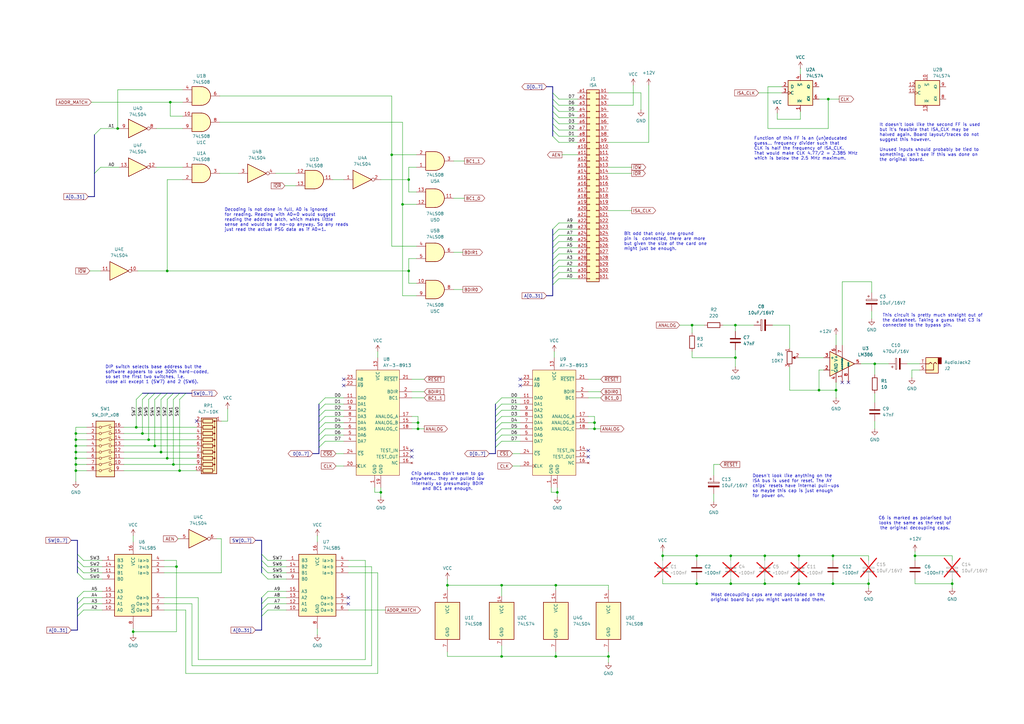
<source format=kicad_sch>
(kicad_sch (version 20231120) (generator "eeschema") (generator_version "8.0")
  (paper "A3")
  (junction (at 71.12 190.5))
  (junction (at 171.45 173.355))
  (junction (at 31.115 177.8))
  (junction (at 243.84 173.355))
  (junction (at 167.64 111.125))
  (junction (at 156.21 201.93))
  (junction (at 227.965 240.03))
  (junction (at 339.725 40.64))
  (junction (at 390.525 239.395))
  (junction (at 205.74 240.03))
  (junction (at 285.75 239.395))
  (junction (at 31.115 182.88))
  (junction (at 48.26 52.705))
  (junction (at 301.625 133.35))
  (junction (at 283.845 133.35))
  (junction (at 205.74 269.24))
  (junction (at 313.69 239.395))
  (junction (at 160.655 63.5))
  (junction (at 375.285 227.965))
  (junction (at 165.1 83.82))
  (junction (at 68.58 187.96))
  (junction (at 55.88 175.26))
  (junction (at 31.115 180.34))
  (junction (at 342.9 160.02))
  (junction (at 31.115 193.04))
  (junction (at 301.625 146.685))
  (junction (at 31.115 185.42))
  (junction (at 341.63 227.965))
  (junction (at 60.96 180.34))
  (junction (at 31.115 190.5))
  (junction (at 335.915 160.02))
  (junction (at 183.515 240.03))
  (junction (at 271.78 227.965))
  (junction (at 327.66 227.965))
  (junction (at 327.66 239.395))
  (junction (at 243.84 175.895))
  (junction (at 299.72 227.965))
  (junction (at 58.42 177.8))
  (junction (at 72.39 232.41))
  (junction (at 68.58 111.125))
  (junction (at 299.72 239.395))
  (junction (at 73.66 193.04))
  (junction (at 313.69 227.965))
  (junction (at 341.63 239.395))
  (junction (at 66.04 185.42))
  (junction (at 69.85 41.91))
  (junction (at 358.775 149.225))
  (junction (at 31.115 187.96))
  (junction (at 356.235 239.395))
  (junction (at 167.64 73.66))
  (junction (at 54.61 259.08))
  (junction (at 63.5 182.88))
  (junction (at 285.75 227.965))
  (junction (at 227.965 269.24))
  (junction (at 171.45 175.895))
  (junction (at 228.6 201.93))
  (junction (at 249.555 269.24))
  (no_connect (at 347.98 156.845))
  (no_connect (at 168.91 187.325))
  (no_connect (at 345.44 156.845))
  (no_connect (at 140.97 155.575))
  (no_connect (at 80.645 172.72))
  (no_connect (at 213.36 155.575))
  (no_connect (at 241.3 187.325))
  (no_connect (at 168.91 184.785))
  (no_connect (at 142.875 245.11))
  (no_connect (at 241.3 184.785))
  (no_connect (at 140.97 158.115))
  (no_connect (at 213.36 158.115))
  (no_connect (at 142.875 247.65))
  (bus_entry (at 226.695 104.14) (size 2.54 -2.54))
  (bus_entry (at 226.695 48.26) (size 2.54 2.54))
  (bus_entry (at 107.315 232.41) (size 2.54 2.54))
  (bus_entry (at 226.695 53.34) (size 2.54 2.54))
  (bus_entry (at 226.695 114.3) (size 2.54 -2.54))
  (bus_entry (at 58.42 163.83) (size 2.54 -2.54))
  (bus_entry (at 203.2 170.815) (size 2.54 -2.54))
  (bus_entry (at 203.2 168.275) (size 2.54 -2.54))
  (bus_entry (at 31.75 250.19) (size 2.54 -2.54))
  (bus_entry (at 130.81 165.735) (size 2.54 -2.54))
  (bus_entry (at 31.75 229.87) (size 2.54 2.54))
  (bus_entry (at 71.12 163.83) (size 2.54 -2.54))
  (bus_entry (at 107.315 250.19) (size 2.54 -2.54))
  (bus_entry (at 203.2 178.435) (size 2.54 -2.54))
  (bus_entry (at 226.695 43.18) (size 2.54 2.54))
  (bus_entry (at 107.315 229.87) (size 2.54 2.54))
  (bus_entry (at 226.695 93.98) (size 2.54 -2.54))
  (bus_entry (at 226.695 96.52) (size 2.54 -2.54))
  (bus_entry (at 31.75 245.11) (size 2.54 -2.54))
  (bus_entry (at 203.2 183.515) (size 2.54 -2.54))
  (bus_entry (at 31.75 227.33) (size 2.54 2.54))
  (bus_entry (at 226.695 111.76) (size 2.54 -2.54))
  (bus_entry (at 60.96 163.83) (size 2.54 -2.54))
  (bus_entry (at 31.75 247.65) (size 2.54 -2.54))
  (bus_entry (at 38.735 55.245) (size 2.54 -2.54))
  (bus_entry (at 226.695 116.84) (size 2.54 -2.54))
  (bus_entry (at 130.81 178.435) (size 2.54 -2.54))
  (bus_entry (at 31.75 234.95) (size 2.54 2.54))
  (bus_entry (at 226.695 38.1) (size 2.54 2.54))
  (bus_entry (at 203.2 180.975) (size 2.54 -2.54))
  (bus_entry (at 226.695 40.64) (size 2.54 2.54))
  (bus_entry (at 107.315 252.73) (size 2.54 -2.54))
  (bus_entry (at 203.2 165.735) (size 2.54 -2.54))
  (bus_entry (at 107.315 227.33) (size 2.54 2.54))
  (bus_entry (at 130.81 168.275) (size 2.54 -2.54))
  (bus_entry (at 66.04 163.83) (size 2.54 -2.54))
  (bus_entry (at 68.58 163.83) (size 2.54 -2.54))
  (bus_entry (at 226.695 109.22) (size 2.54 -2.54))
  (bus_entry (at 203.2 175.895) (size 2.54 -2.54))
  (bus_entry (at 38.735 71.12) (size 2.54 -2.54))
  (bus_entry (at 73.66 163.83) (size 2.54 -2.54))
  (bus_entry (at 107.315 247.65) (size 2.54 -2.54))
  (bus_entry (at 130.81 175.895) (size 2.54 -2.54))
  (bus_entry (at 130.81 170.815) (size 2.54 -2.54))
  (bus_entry (at 226.695 99.06) (size 2.54 -2.54))
  (bus_entry (at 226.695 101.6) (size 2.54 -2.54))
  (bus_entry (at 63.5 163.83) (size 2.54 -2.54))
  (bus_entry (at 226.695 55.88) (size 2.54 2.54))
  (bus_entry (at 130.81 180.975) (size 2.54 -2.54))
  (bus_entry (at 130.81 173.355) (size 2.54 -2.54))
  (bus_entry (at 107.315 245.11) (size 2.54 -2.54))
  (bus_entry (at 130.81 183.515) (size 2.54 -2.54))
  (bus_entry (at 55.88 163.83) (size 2.54 -2.54))
  (bus_entry (at 107.315 234.95) (size 2.54 2.54))
  (bus_entry (at 226.695 45.72) (size 2.54 2.54))
  (bus_entry (at 31.75 252.73) (size 2.54 -2.54))
  (bus_entry (at 226.695 106.68) (size 2.54 -2.54))
  (bus_entry (at 226.695 50.8) (size 2.54 2.54))
  (bus_entry (at 31.75 232.41) (size 2.54 2.54))
  (bus_entry (at 203.2 173.355) (size 2.54 -2.54))
  (wire (pts (xy 271.78 227.965) (xy 285.75 227.965)))
  (wire (pts (xy 90.805 234.95) (xy 90.805 220.98)))
  (wire (pts (xy 130.175 219.71) (xy 130.175 222.25)))
  (bus (pts (xy 226.695 55.88) (xy 226.695 53.34)))
  (bus (pts (xy 29.21 258.445) (xy 31.75 258.445)))
  (wire (pts (xy 73.66 163.83) (xy 73.66 193.04)))
  (wire (pts (xy 48.26 52.705) (xy 48.895 52.705)))
  (bus (pts (xy 128.27 186.055) (xy 130.81 186.055)))
  (wire (pts (xy 74.93 47.625) (xy 69.85 47.625)))
  (wire (pts (xy 34.29 234.95) (xy 41.91 234.95)))
  (bus (pts (xy 203.2 165.735) (xy 203.2 168.275)))
  (wire (pts (xy 229.235 53.34) (xy 236.855 53.34)))
  (bus (pts (xy 31.75 247.65) (xy 31.75 250.19)))
  (wire (pts (xy 283.845 133.35) (xy 288.925 133.35)))
  (wire (pts (xy 67.31 234.95) (xy 90.805 234.95)))
  (bus (pts (xy 226.695 114.3) (xy 226.695 116.84)))
  (wire (pts (xy 285.75 239.395) (xy 271.78 239.395)))
  (wire (pts (xy 109.855 242.57) (xy 117.475 242.57)))
  (wire (pts (xy 93.345 167.64) (xy 93.345 172.72)))
  (wire (pts (xy 160.655 63.5) (xy 170.815 63.5)))
  (wire (pts (xy 210.185 186.055) (xy 213.36 186.055)))
  (wire (pts (xy 229.235 106.68) (xy 236.855 106.68)))
  (bus (pts (xy 130.81 170.815) (xy 130.81 173.355)))
  (wire (pts (xy 301.625 146.685) (xy 301.625 150.495)))
  (wire (pts (xy 292.735 202.565) (xy 292.735 205.74)))
  (wire (pts (xy 130.175 257.81) (xy 130.175 260.35)))
  (wire (pts (xy 309.245 133.35) (xy 301.625 133.35)))
  (wire (pts (xy 156.21 201.93) (xy 156.21 203.835)))
  (wire (pts (xy 160.655 39.37) (xy 90.17 39.37)))
  (wire (pts (xy 241.3 160.655) (xy 246.38 160.655)))
  (bus (pts (xy 38.735 71.12) (xy 38.735 80.645)))
  (wire (pts (xy 301.625 143.51) (xy 301.625 146.685)))
  (bus (pts (xy 203.2 183.515) (xy 203.2 186.055)))
  (wire (pts (xy 50.8 182.88) (xy 63.5 182.88)))
  (wire (pts (xy 68.58 73.66) (xy 68.58 111.125)))
  (wire (pts (xy 167.64 73.66) (xy 167.64 68.58)))
  (wire (pts (xy 31.115 187.96) (xy 31.115 190.5)))
  (wire (pts (xy 31.115 177.8) (xy 35.56 177.8)))
  (wire (pts (xy 183.515 240.03) (xy 205.74 240.03)))
  (wire (pts (xy 285.75 239.395) (xy 299.72 239.395)))
  (wire (pts (xy 229.235 96.52) (xy 236.855 96.52)))
  (wire (pts (xy 229.235 111.76) (xy 236.855 111.76)))
  (wire (pts (xy 241.3 170.815) (xy 243.84 170.815)))
  (wire (pts (xy 72.39 232.41) (xy 72.39 259.08)))
  (wire (pts (xy 168.91 173.355) (xy 171.45 173.355)))
  (wire (pts (xy 375.285 226.06) (xy 375.285 227.965)))
  (wire (pts (xy 205.74 240.03) (xy 205.74 244.475)))
  (wire (pts (xy 54.61 219.71) (xy 54.61 222.25)))
  (bus (pts (xy 71.12 161.29) (xy 73.66 161.29)))
  (wire (pts (xy 74.93 36.83) (xy 48.26 36.83)))
  (wire (pts (xy 64.135 68.58) (xy 74.93 68.58)))
  (wire (pts (xy 156.21 200.025) (xy 156.21 201.93)))
  (wire (pts (xy 171.45 175.895) (xy 173.99 175.895)))
  (wire (pts (xy 299.72 227.965) (xy 299.72 229.87)))
  (wire (pts (xy 374.015 151.765) (xy 377.19 151.765)))
  (bus (pts (xy 58.42 161.29) (xy 60.96 161.29)))
  (bus (pts (xy 130.81 165.735) (xy 130.81 168.275)))
  (wire (pts (xy 31.115 190.5) (xy 31.115 193.04)))
  (wire (pts (xy 205.74 180.975) (xy 213.36 180.975)))
  (wire (pts (xy 271.78 227.965) (xy 271.78 229.87)))
  (wire (pts (xy 50.8 185.42) (xy 66.04 185.42)))
  (wire (pts (xy 271.78 239.395) (xy 271.78 237.49)))
  (wire (pts (xy 66.04 163.83) (xy 66.04 185.42)))
  (wire (pts (xy 31.115 175.26) (xy 31.115 177.8)))
  (wire (pts (xy 205.74 173.355) (xy 213.36 173.355)))
  (wire (pts (xy 50.8 177.8) (xy 58.42 177.8)))
  (wire (pts (xy 50.8 190.5) (xy 71.12 190.5)))
  (wire (pts (xy 249.555 68.58) (xy 259.08 68.58)))
  (bus (pts (xy 226.695 43.18) (xy 226.695 40.64)))
  (wire (pts (xy 299.72 239.395) (xy 313.69 239.395)))
  (wire (pts (xy 249.555 38.1) (xy 262.89 38.1)))
  (bus (pts (xy 31.75 227.33) (xy 31.75 221.615)))
  (wire (pts (xy 31.115 193.04) (xy 31.115 197.485)))
  (bus (pts (xy 60.96 161.29) (xy 63.5 161.29)))
  (bus (pts (xy 203.2 178.435) (xy 203.2 180.975)))
  (wire (pts (xy 183.515 237.49) (xy 183.515 240.03)))
  (bus (pts (xy 38.735 55.245) (xy 38.735 71.12)))
  (wire (pts (xy 170.815 78.74) (xy 167.64 78.74)))
  (wire (pts (xy 205.74 163.195) (xy 213.36 163.195)))
  (wire (pts (xy 68.58 73.66) (xy 74.93 73.66)))
  (bus (pts (xy 226.695 40.64) (xy 226.695 38.1)))
  (wire (pts (xy 266.065 58.42) (xy 266.065 34.925)))
  (wire (pts (xy 341.63 239.395) (xy 356.235 239.395)))
  (wire (pts (xy 34.29 250.19) (xy 41.91 250.19)))
  (wire (pts (xy 301.625 133.35) (xy 301.625 135.89)))
  (wire (pts (xy 243.84 173.355) (xy 243.84 175.895)))
  (bus (pts (xy 226.695 38.1) (xy 226.695 35.56)))
  (wire (pts (xy 56.515 111.125) (xy 68.58 111.125)))
  (wire (pts (xy 54.61 257.81) (xy 54.61 259.08)))
  (wire (pts (xy 183.515 241.935) (xy 183.515 240.03)))
  (bus (pts (xy 107.315 247.65) (xy 107.315 250.19)))
  (bus (pts (xy 31.75 227.33) (xy 31.75 229.87)))
  (wire (pts (xy 328.295 48.895) (xy 328.295 45.72)))
  (wire (pts (xy 249.555 86.36) (xy 259.08 86.36)))
  (wire (pts (xy 262.89 38.1) (xy 262.89 45.085)))
  (wire (pts (xy 170.815 116.205) (xy 167.64 116.205)))
  (wire (pts (xy 318.77 46.355) (xy 318.77 48.895)))
  (wire (pts (xy 339.725 52.705) (xy 314.96 52.705)))
  (wire (pts (xy 186.055 118.745) (xy 189.865 118.745)))
  (wire (pts (xy 241.3 163.195) (xy 246.38 163.195)))
  (wire (pts (xy 358.775 172.72) (xy 358.775 175.895)))
  (wire (pts (xy 390.525 227.965) (xy 390.525 229.87)))
  (wire (pts (xy 356.235 239.395) (xy 356.235 241.3)))
  (wire (pts (xy 67.31 247.65) (xy 78.74 247.65)))
  (wire (pts (xy 229.235 55.88) (xy 236.855 55.88)))
  (wire (pts (xy 342.9 137.16) (xy 342.9 141.605)))
  (bus (pts (xy 226.695 109.22) (xy 226.695 111.76)))
  (wire (pts (xy 72.39 229.87) (xy 72.39 232.41)))
  (wire (pts (xy 71.12 163.83) (xy 71.12 190.5)))
  (wire (pts (xy 229.235 109.22) (xy 236.855 109.22)))
  (wire (pts (xy 31.115 175.26) (xy 35.56 175.26)))
  (wire (pts (xy 227.965 240.03) (xy 249.555 240.03)))
  (wire (pts (xy 210.185 191.135) (xy 213.36 191.135)))
  (wire (pts (xy 54.61 259.08) (xy 54.61 260.35)))
  (wire (pts (xy 90.17 50.165) (xy 165.1 50.165)))
  (wire (pts (xy 55.88 175.26) (xy 80.645 175.26)))
  (wire (pts (xy 292.735 190.5) (xy 295.275 190.5)))
  (wire (pts (xy 341.63 227.965) (xy 341.63 229.87)))
  (wire (pts (xy 133.35 173.355) (xy 140.97 173.355)))
  (wire (pts (xy 76.2 276.225) (xy 76.2 250.19)))
  (wire (pts (xy 31.115 190.5) (xy 35.56 190.5)))
  (wire (pts (xy 133.35 175.895) (xy 140.97 175.895)))
  (wire (pts (xy 316.865 133.35) (xy 323.85 133.35)))
  (wire (pts (xy 229.235 101.6) (xy 236.855 101.6)))
  (wire (pts (xy 327.66 227.965) (xy 327.66 229.87)))
  (bus (pts (xy 73.66 161.29) (xy 76.2 161.29)))
  (wire (pts (xy 69.85 47.625) (xy 69.85 41.91)))
  (wire (pts (xy 283.845 133.35) (xy 283.845 136.525)))
  (wire (pts (xy 31.115 180.34) (xy 31.115 182.88)))
  (wire (pts (xy 109.855 250.19) (xy 117.475 250.19)))
  (wire (pts (xy 229.235 45.72) (xy 236.855 45.72)))
  (wire (pts (xy 205.74 240.03) (xy 227.965 240.03)))
  (wire (pts (xy 133.35 168.275) (xy 140.97 168.275)))
  (bus (pts (xy 226.695 93.98) (xy 226.695 96.52)))
  (bus (pts (xy 203.2 180.975) (xy 203.2 183.515)))
  (bus (pts (xy 63.5 161.29) (xy 66.04 161.29)))
  (wire (pts (xy 323.85 160.02) (xy 335.915 160.02)))
  (wire (pts (xy 78.74 273.05) (xy 152.4 273.05)))
  (wire (pts (xy 81.28 245.11) (xy 67.31 245.11)))
  (wire (pts (xy 165.1 83.82) (xy 165.1 121.285)))
  (wire (pts (xy 323.85 150.495) (xy 323.85 160.02)))
  (bus (pts (xy 31.75 250.19) (xy 31.75 252.73)))
  (wire (pts (xy 90.805 220.98) (xy 88.9 220.98)))
  (wire (pts (xy 31.115 182.88) (xy 35.56 182.88)))
  (wire (pts (xy 41.275 52.705) (xy 48.26 52.705)))
  (wire (pts (xy 285.75 227.965) (xy 285.75 229.87)))
  (wire (pts (xy 341.63 227.965) (xy 356.235 227.965)))
  (wire (pts (xy 374.015 154.94) (xy 374.015 151.765)))
  (wire (pts (xy 356.235 237.49) (xy 356.235 239.395)))
  (bus (pts (xy 31.75 252.73) (xy 31.75 258.445)))
  (wire (pts (xy 68.58 163.83) (xy 68.58 187.96)))
  (bus (pts (xy 31.75 229.87) (xy 31.75 232.41)))
  (wire (pts (xy 34.29 232.41) (xy 41.91 232.41)))
  (wire (pts (xy 205.74 269.24) (xy 227.965 269.24)))
  (wire (pts (xy 375.285 227.965) (xy 390.525 227.965)))
  (wire (pts (xy 34.29 229.87) (xy 41.91 229.87)))
  (wire (pts (xy 72.39 259.08) (xy 54.61 259.08)))
  (wire (pts (xy 229.235 91.44) (xy 236.855 91.44)))
  (bus (pts (xy 31.75 232.41) (xy 31.75 234.95)))
  (wire (pts (xy 69.85 41.91) (xy 74.93 41.91)))
  (wire (pts (xy 136.525 73.66) (xy 140.97 73.66)))
  (wire (pts (xy 149.86 270.51) (xy 81.28 270.51)))
  (wire (pts (xy 109.855 247.65) (xy 117.475 247.65)))
  (wire (pts (xy 328.295 27.94) (xy 328.295 30.48)))
  (wire (pts (xy 31.115 185.42) (xy 31.115 187.96)))
  (wire (pts (xy 243.84 170.815) (xy 243.84 173.355)))
  (wire (pts (xy 50.8 187.96) (xy 68.58 187.96)))
  (wire (pts (xy 116.84 76.2) (xy 121.285 76.2)))
  (wire (pts (xy 327.66 239.395) (xy 341.63 239.395)))
  (wire (pts (xy 345.44 115.57) (xy 357.505 115.57)))
  (bus (pts (xy 107.315 227.33) (xy 107.315 229.87)))
  (wire (pts (xy 205.74 170.815) (xy 213.36 170.815)))
  (wire (pts (xy 31.115 185.42) (xy 35.56 185.42)))
  (wire (pts (xy 249.555 267.335) (xy 249.555 269.24)))
  (wire (pts (xy 133.35 165.735) (xy 140.97 165.735)))
  (bus (pts (xy 130.81 175.895) (xy 130.81 178.435)))
  (wire (pts (xy 313.69 227.965) (xy 313.69 229.87)))
  (bus (pts (xy 226.695 111.76) (xy 226.695 114.3)))
  (wire (pts (xy 31.115 177.8) (xy 31.115 180.34)))
  (wire (pts (xy 34.29 237.49) (xy 41.91 237.49)))
  (bus (pts (xy 226.695 99.06) (xy 226.695 101.6)))
  (wire (pts (xy 337.82 151.765) (xy 335.915 151.765)))
  (bus (pts (xy 203.2 173.355) (xy 203.2 175.895)))
  (wire (pts (xy 327.66 227.965) (xy 341.63 227.965)))
  (wire (pts (xy 76.2 250.19) (xy 67.31 250.19)))
  (wire (pts (xy 31.115 180.34) (xy 35.56 180.34)))
  (wire (pts (xy 109.855 234.95) (xy 117.475 234.95)))
  (wire (pts (xy 358.775 149.225) (xy 358.775 153.67)))
  (wire (pts (xy 375.285 237.49) (xy 375.285 239.395)))
  (wire (pts (xy 229.235 58.42) (xy 236.855 58.42)))
  (wire (pts (xy 109.855 245.11) (xy 117.475 245.11)))
  (wire (pts (xy 48.26 36.83) (xy 48.26 52.705)))
  (wire (pts (xy 50.8 193.04) (xy 73.66 193.04)))
  (wire (pts (xy 339.725 40.64) (xy 344.17 40.64)))
  (wire (pts (xy 68.58 187.96) (xy 80.645 187.96)))
  (wire (pts (xy 183.515 269.24) (xy 205.74 269.24)))
  (wire (pts (xy 31.115 193.04) (xy 35.56 193.04)))
  (wire (pts (xy 81.28 270.51) (xy 81.28 245.11)))
  (wire (pts (xy 327.66 146.685) (xy 337.82 146.685)))
  (wire (pts (xy 299.72 227.965) (xy 313.69 227.965)))
  (wire (pts (xy 41.275 68.58) (xy 48.895 68.58)))
  (bus (pts (xy 107.315 229.87) (xy 107.315 232.41)))
  (wire (pts (xy 205.74 178.435) (xy 213.36 178.435)))
  (wire (pts (xy 66.04 185.42) (xy 80.645 185.42)))
  (wire (pts (xy 153.67 201.93) (xy 156.21 201.93)))
  (wire (pts (xy 160.655 100.965) (xy 170.815 100.965)))
  (wire (pts (xy 342.9 160.02) (xy 342.9 163.195)))
  (wire (pts (xy 109.855 232.41) (xy 117.475 232.41)))
  (wire (pts (xy 327.66 237.49) (xy 327.66 239.395)))
  (wire (pts (xy 341.63 237.49) (xy 341.63 239.395)))
  (wire (pts (xy 36.83 111.125) (xy 41.275 111.125)))
  (wire (pts (xy 226.06 201.93) (xy 228.6 201.93)))
  (wire (pts (xy 285.75 237.49) (xy 285.75 239.395)))
  (wire (pts (xy 314.96 52.705) (xy 314.96 35.56)))
  (wire (pts (xy 186.055 103.505) (xy 189.865 103.505)))
  (wire (pts (xy 228.6 200.025) (xy 228.6 201.93)))
  (wire (pts (xy 60.96 163.83) (xy 60.96 180.34)))
  (wire (pts (xy 390.525 237.49) (xy 390.525 239.395)))
  (bus (pts (xy 226.695 53.34) (xy 226.695 50.8)))
  (wire (pts (xy 229.235 99.06) (xy 236.855 99.06)))
  (wire (pts (xy 342.9 156.845) (xy 342.9 160.02)))
  (wire (pts (xy 60.96 180.34) (xy 80.645 180.34)))
  (wire (pts (xy 133.35 170.815) (xy 140.97 170.815)))
  (bus (pts (xy 203.2 168.275) (xy 203.2 170.815)))
  (wire (pts (xy 37.465 41.91) (xy 69.85 41.91)))
  (wire (pts (xy 339.725 40.64) (xy 339.725 52.705)))
  (wire (pts (xy 296.545 133.35) (xy 301.625 133.35)))
  (bus (pts (xy 130.81 180.975) (xy 130.81 183.515)))
  (bus (pts (xy 226.695 48.26) (xy 226.695 45.72)))
  (wire (pts (xy 226.06 200.025) (xy 226.06 201.93)))
  (wire (pts (xy 283.845 146.685) (xy 301.625 146.685)))
  (wire (pts (xy 230.505 63.5) (xy 236.855 63.5)))
  (wire (pts (xy 249.555 269.24) (xy 249.555 271.78)))
  (wire (pts (xy 259.715 43.18) (xy 249.555 43.18)))
  (wire (pts (xy 109.855 229.87) (xy 117.475 229.87)))
  (wire (pts (xy 167.64 106.045) (xy 170.815 106.045)))
  (bus (pts (xy 226.695 96.52) (xy 226.695 99.06)))
  (wire (pts (xy 205.74 264.795) (xy 205.74 269.24)))
  (wire (pts (xy 229.235 50.8) (xy 236.855 50.8)))
  (bus (pts (xy 203.2 170.815) (xy 203.2 173.355)))
  (wire (pts (xy 67.31 232.41) (xy 72.39 232.41)))
  (wire (pts (xy 358.775 149.225) (xy 364.49 149.225)))
  (wire (pts (xy 229.235 48.26) (xy 236.855 48.26)))
  (wire (pts (xy 318.77 48.895) (xy 328.295 48.895)))
  (bus (pts (xy 36.195 80.645) (xy 38.735 80.645)))
  (wire (pts (xy 34.29 247.65) (xy 41.91 247.65)))
  (wire (pts (xy 390.525 239.395) (xy 390.525 241.3)))
  (wire (pts (xy 113.03 71.12) (xy 121.285 71.12)))
  (wire (pts (xy 243.84 175.895) (xy 246.38 175.895)))
  (wire (pts (xy 68.58 111.125) (xy 167.64 111.125)))
  (wire (pts (xy 58.42 163.83) (xy 58.42 177.8)))
  (bus (pts (xy 104.775 258.445) (xy 107.315 258.445)))
  (wire (pts (xy 109.855 237.49) (xy 117.475 237.49)))
  (wire (pts (xy 229.235 93.98) (xy 236.855 93.98)))
  (wire (pts (xy 228.6 201.93) (xy 228.6 203.835)))
  (wire (pts (xy 357.505 115.57) (xy 357.505 120.015)))
  (bus (pts (xy 68.58 161.29) (xy 71.12 161.29)))
  (bus (pts (xy 130.81 183.515) (xy 130.81 186.055)))
  (wire (pts (xy 278.765 133.35) (xy 283.845 133.35)))
  (wire (pts (xy 71.12 190.5) (xy 80.645 190.5)))
  (wire (pts (xy 149.86 229.87) (xy 149.86 270.51)))
  (wire (pts (xy 168.91 175.895) (xy 171.45 175.895)))
  (wire (pts (xy 353.06 149.225) (xy 358.775 149.225)))
  (wire (pts (xy 50.8 180.34) (xy 60.96 180.34)))
  (bus (pts (xy 130.81 173.355) (xy 130.81 175.895)))
  (wire (pts (xy 335.915 151.765) (xy 335.915 160.02)))
  (wire (pts (xy 165.1 50.165) (xy 165.1 83.82)))
  (wire (pts (xy 313.69 239.395) (xy 327.66 239.395)))
  (wire (pts (xy 229.235 114.3) (xy 236.855 114.3)))
  (wire (pts (xy 50.8 175.26) (xy 55.88 175.26)))
  (bus (pts (xy 66.04 161.29) (xy 68.58 161.29)))
  (wire (pts (xy 229.235 43.18) (xy 236.855 43.18)))
  (bus (pts (xy 130.81 178.435) (xy 130.81 180.975)))
  (wire (pts (xy 356.235 229.87) (xy 356.235 227.965)))
  (wire (pts (xy 133.35 163.195) (xy 140.97 163.195)))
  (wire (pts (xy 137.795 186.055) (xy 140.97 186.055)))
  (wire (pts (xy 168.91 155.575) (xy 173.99 155.575)))
  (bus (pts (xy 107.315 252.73) (xy 107.315 258.445)))
  (wire (pts (xy 156.21 73.66) (xy 167.64 73.66)))
  (wire (pts (xy 63.5 182.88) (xy 80.645 182.88)))
  (wire (pts (xy 241.3 155.575) (xy 246.38 155.575)))
  (wire (pts (xy 372.11 149.225) (xy 377.19 149.225)))
  (wire (pts (xy 249.555 71.12) (xy 259.08 71.12)))
  (wire (pts (xy 154.94 234.95) (xy 154.94 276.225)))
  (wire (pts (xy 271.78 226.06) (xy 271.78 227.965)))
  (wire (pts (xy 345.44 141.605) (xy 345.44 115.57)))
  (wire (pts (xy 313.69 227.965) (xy 327.66 227.965)))
  (wire (pts (xy 229.235 104.14) (xy 236.855 104.14)))
  (bus (pts (xy 226.695 116.84) (xy 226.695 121.285)))
  (wire (pts (xy 63.5 163.83) (xy 63.5 182.88)))
  (wire (pts (xy 243.84 173.355) (xy 241.3 173.355)))
  (wire (pts (xy 205.74 168.275) (xy 213.36 168.275)))
  (bus (pts (xy 107.315 232.41) (xy 107.315 234.95)))
  (bus (pts (xy 226.695 101.6) (xy 226.695 104.14)))
  (wire (pts (xy 78.74 247.65) (xy 78.74 273.05)))
  (wire (pts (xy 311.15 38.1) (xy 320.675 38.1)))
  (wire (pts (xy 241.3 175.895) (xy 243.84 175.895)))
  (bus (pts (xy 104.775 221.615) (xy 107.315 221.615)))
  (wire (pts (xy 186.055 66.04) (xy 190.5 66.04)))
  (bus (pts (xy 224.155 121.285) (xy 226.695 121.285)))
  (bus (pts (xy 107.315 227.33) (xy 107.315 221.615)))
  (wire (pts (xy 335.915 160.02) (xy 342.9 160.02)))
  (wire (pts (xy 375.285 227.965) (xy 375.285 229.87)))
  (wire (pts (xy 167.64 111.125) (xy 167.64 106.045)))
  (wire (pts (xy 205.74 175.895) (xy 213.36 175.895)))
  (bus (pts (xy 107.315 245.11) (xy 107.315 247.65)))
  (wire (pts (xy 160.655 39.37) (xy 160.655 63.5)))
  (wire (pts (xy 165.1 83.82) (xy 170.815 83.82)))
  (wire (pts (xy 153.67 200.025) (xy 153.67 201.93)))
  (wire (pts (xy 167.64 78.74) (xy 167.64 73.66)))
  (wire (pts (xy 73.66 193.04) (xy 80.645 193.04)))
  (wire (pts (xy 168.91 163.195) (xy 173.99 163.195)))
  (wire (pts (xy 171.45 173.355) (xy 171.45 175.895)))
  (wire (pts (xy 285.75 227.965) (xy 299.72 227.965)))
  (wire (pts (xy 249.555 58.42) (xy 266.065 58.42)))
  (bus (pts (xy 226.695 45.72) (xy 226.695 43.18)))
  (wire (pts (xy 34.29 245.11) (xy 41.91 245.11)))
  (wire (pts (xy 249.555 240.03) (xy 249.555 241.935)))
  (wire (pts (xy 357.505 127.635) (xy 357.505 130.81)))
  (bus (pts (xy 76.2 161.29) (xy 78.74 161.29)))
  (wire (pts (xy 160.655 63.5) (xy 160.655 100.965)))
  (wire (pts (xy 73.025 220.98) (xy 73.66 220.98)))
  (wire (pts (xy 229.235 40.64) (xy 236.855 40.64)))
  (bus (pts (xy 226.695 50.8) (xy 226.695 48.26)))
  (wire (pts (xy 299.72 237.49) (xy 299.72 239.395)))
  (bus (pts (xy 29.21 221.615) (xy 31.75 221.615)))
  (wire (pts (xy 186.055 81.28) (xy 190.5 81.28)))
  (wire (pts (xy 55.88 163.83) (xy 55.88 175.26)))
  (bus (pts (xy 226.695 106.68) (xy 226.695 109.22)))
  (bus (pts (xy 107.315 250.19) (xy 107.315 252.73)))
  (wire (pts (xy 227.965 267.335) (xy 227.965 269.24)))
  (wire (pts (xy 313.69 237.49) (xy 313.69 239.395)))
  (wire (pts (xy 259.715 34.925) (xy 259.715 43.18)))
  (bus (pts (xy 200.66 186.055) (xy 203.2 186.055)))
  (wire (pts (xy 90.805 172.72) (xy 93.345 172.72)))
  (wire (pts (xy 227.33 144.145) (xy 227.33 146.685)))
  (bus (pts (xy 224.155 35.56) (xy 226.695 35.56)))
  (wire (pts (xy 171.45 170.815) (xy 168.91 170.815)))
  (wire (pts (xy 167.64 111.125) (xy 167.64 116.205)))
  (wire (pts (xy 142.875 229.87) (xy 149.86 229.87)))
  (wire (pts (xy 183.515 267.335) (xy 183.515 269.24)))
  (wire (pts (xy 283.845 144.145) (xy 283.845 146.685)))
  (bus (pts (xy 31.75 245.11) (xy 31.75 247.65)))
  (wire (pts (xy 227.965 269.24) (xy 249.555 269.24)))
  (wire (pts (xy 133.35 180.975) (xy 140.97 180.975)))
  (wire (pts (xy 335.915 40.64) (xy 339.725 40.64)))
  (wire (pts (xy 34.29 242.57) (xy 41.91 242.57)))
  (wire (pts (xy 152.4 273.05) (xy 152.4 232.41)))
  (wire (pts (xy 133.35 178.435) (xy 140.97 178.435)))
  (wire (pts (xy 171.45 173.355) (xy 171.45 170.815)))
  (wire (pts (xy 67.31 229.87) (xy 72.39 229.87)))
  (bus (pts (xy 226.695 104.14) (xy 226.695 106.68)))
  (wire (pts (xy 137.795 191.135) (xy 140.97 191.135)))
  (wire (pts (xy 31.115 182.88) (xy 31.115 185.42)))
  (wire (pts (xy 292.735 194.945) (xy 292.735 190.5)))
  (wire (pts (xy 58.42 177.8) (xy 80.645 177.8)))
  (wire (pts (xy 31.115 187.96) (xy 35.56 187.96)))
  (wire (pts (xy 142.875 250.19) (xy 158.115 250.19)))
  (wire (pts (xy 64.135 52.705) (xy 74.93 52.705)))
  (wire (pts (xy 358.775 161.29) (xy 358.775 165.1)))
  (wire (pts (xy 168.91 160.655) (xy 173.99 160.655)))
  (bus (pts (xy 130.81 168.275) (xy 130.81 170.815)))
  (bus (pts (xy 203.2 175.895) (xy 203.2 178.435)))
  (wire (pts (xy 90.17 71.12) (xy 97.79 71.12)))
  (wire (pts (xy 154.94 144.145) (xy 154.94 146.685)))
  (wire (pts (xy 142.875 234.95) (xy 154.94 234.95)))
  (wire (pts (xy 314.96 35.56) (xy 320.675 35.56)))
  (wire (pts (xy 154.94 276.225) (xy 76.2 276.225)))
  (wire (pts (xy 170.815 121.285) (xy 165.1 121.285)))
  (wire (pts (xy 323.85 133.35) (xy 323.85 142.875)))
  (wire (pts (xy 227.965 240.03) (xy 227.965 241.935)))
  (wire (pts (xy 390.525 239.395) (xy 375.285 239.395)))
  (wire (pts (xy 205.74 165.735) (xy 213.36 165.735)))
  (wire (pts (xy 167.64 68.58) (xy 170.815 68.58)))
  (wire (pts (xy 152.4 232.41) (xy 142.875 232.41)))
  (text "Doesn't look like anything on the\nISA bus is used for reset. The AY\nchips' resets have internal pull-ups\nso maybe this cap is just enough\nfor power on." (at 308.61 199.39 0) (effects (font (size 1.27 1.27)) (justify left)))
  (text "Chip selects don't seem to go\nanywhere... they are pulled low\ninternally so presumably BDIR\nand BC1 are enough." (at 183.515 197.485 0) (effects (font (size 1.27 1.27))))
  (text "It doesn't look like the second FF is used\nbut it's feasible that ISA_CLK may be\nhalved again. Board layout/traces do not\nsuggest this however.\n\nUnused inputs should probably be tied to\nsomething, can't see if this was done on\nthe original board." (at 360.68 58.42 0) (effects (font (size 1.27 1.27)) (justify left)))
  (text "Function of this FF is an (un)educated\nguess... frequency divider such that\nCLK is half the frequency of ISA_CLK.\nThat would make CLK 4.77/2 = 2.385 MHz\nwhich is below the 2.5 MHz maximum." (at 309.245 60.96 0) (effects (font (size 1.27 1.27)) (justify left)))
  (text "C6 is marked as polarised but\nlooks the same as the rest of\nthe original decoupling caps." (at 375.285 214.63 0) (effects (font (size 1.27 1.27))))
  (text "This circuit is pretty much straight out of\nthe datasheet. Taking a guess that C3 is\nconnected to the bypass pin." (at 361.95 131.445 0) (effects (font (size 1.27 1.27)) (justify left)))
  (text "Bit odd that only one ground\npin is  connected, there are more\nbut given the size of the card one\nmight just be enough." (at 255.905 99.06 0) (effects (font (size 1.27 1.27)) (justify left)))
  (text "DIP switch selects base address but the\nsoftware appears to use 300h hard-coded,\nso set the first two switches, i.e.\nclose all except 1 (SW7) and 2 (SW6)." (at 43.18 153.67 0) (effects (font (size 1.27 1.27)) (justify left)))
  (text "Most decoupling caps are not populated on the\noriginal board but you might want to add them." (at 314.96 245.11 0) (effects (font (size 1.27 1.27))))
  (text "Decoding is not done in full, A0 is ignored\nfor reading. Reading with A0=0 would suggest\nreading the address latch, which makes little\nsense and would be a no-op anyway. So any reads\njust read the actual PSG data as if A0=1." (at 92.075 90.17 0) (effects (font (size 1.27 1.27)) (justify left)))
  (label "SW3" (at 36.83 229.87 0))
  (label "A2" (at 37.465 250.19 0))
  (label "D3" (at 209.55 170.815 0))
  (label "D4" (at 137.16 173.355 0))
  (label "A5" (at 232.41 101.6 0))
  (label "SW0" (at 36.83 237.49 0))
  (label "A5" (at 37.465 242.57 0))
  (label "A9" (at 114.935 242.57 180))
  (label "D4" (at 209.55 173.355 0))
  (label "A6" (at 114.935 250.19 180))
  (label "D0" (at 209.55 163.195 0))
  (label "SW5" (at 111.76 234.95 0))
  (label "D3" (at 137.16 170.815 0))
  (label "A3" (at 37.465 247.65 0))
  (label "A8" (at 114.935 245.11 180))
  (label "D3" (at 233.045 50.8 0))
  (label "D1" (at 137.16 165.735 0))
  (label "A6" (at 234.95 99.06 180))
  (label "SW4" (at 63.5 170.815 90))
  (label "D6" (at 233.045 43.18 0))
  (label "SW1" (at 71.12 170.815 90))
  (label "D2" (at 233.045 53.34 0))
  (label "A3" (at 232.41 106.68 0))
  (label "D2" (at 209.55 168.275 0))
  (label "SW2" (at 68.58 170.815 90))
  (label "A0" (at 44.45 68.58 0))
  (label "D7" (at 209.55 180.975 0))
  (label "D1" (at 209.55 165.735 0))
  (label "D5" (at 233.045 45.72 0))
  (label "SW6" (at 58.42 170.815 90))
  (label "D0" (at 233.045 58.42 0))
  (label "D5" (at 209.55 175.895 0))
  (label "D5" (at 137.16 175.895 0))
  (label "SW4" (at 111.76 237.49 0))
  (label "D4" (at 233.045 48.26 0))
  (label "A4" (at 37.465 245.11 0))
  (label "SW6" (at 111.76 232.41 0))
  (label "D1" (at 233.045 55.88 0))
  (label "A4" (at 232.41 104.14 0))
  (label "D6" (at 137.16 178.435 0))
  (label "SW7" (at 55.88 170.815 90))
  (label "A9" (at 234.95 91.44 180))
  (label "SW3" (at 66.04 170.815 90))
  (label "A1" (at 44.45 52.705 0))
  (label "SW7" (at 111.76 229.87 0))
  (label "SW2" (at 36.83 232.41 0))
  (label "D2" (at 137.16 168.275 0))
  (label "A2" (at 232.41 109.22 0))
  (label "D7" (at 137.16 180.975 0))
  (label "A0" (at 232.41 114.3 0))
  (label "A7" (at 114.935 247.65 180))
  (label "D6" (at 209.55 178.435 0))
  (label "A1" (at 232.41 111.76 0))
  (label "SW5" (at 60.96 170.815 90))
  (label "D0" (at 137.16 163.195 0))
  (label "D7" (at 233.045 40.64 0))
  (label "SW0" (at 73.66 170.815 90))
  (label "A7" (at 234.95 96.52 180))
  (label "SW1" (at 36.83 234.95 0))
  (label "A8" (at 234.95 93.98 180))
  (global_label "BC1_0" (shape input) (at 246.38 163.195 0) (property "Intersheetrefs" "${INTERSHEET_REFS}" (effects (hide yes))))
  (global_label "~{IOW}" (shape output) (at 259.08 68.58 0) (property "Intersheetrefs" "${INTERSHEET_REFS}" (effects (hide yes))))
  (global_label "BC1_0" (shape output) (at 190.5 81.28 0) (property "Intersheetrefs" "${INTERSHEET_REFS}" (effects (hide yes))))
  (global_label "~{RESET}" (shape input) (at 295.275 190.5 0) (property "Intersheetrefs" "${INTERSHEET_REFS}" (effects (hide yes))))
  (global_label "ANALOG" (shape output) (at 246.38 175.895 0) (property "Intersheetrefs" "${INTERSHEET_REFS}" (effects (hide yes))))
  (global_label "CLK" (shape output) (at 344.17 40.64 0) (property "Intersheetrefs" "${INTERSHEET_REFS}" (effects (hide yes))))
  (global_label "BC1_1" (shape input) (at 173.99 163.195 0) (property "Intersheetrefs" "${INTERSHEET_REFS}" (effects (hide yes))))
  (global_label "ISA_CLK" (shape input) (at 311.15 38.1 180) (property "Intersheetrefs" "${INTERSHEET_REFS}" (effects (hide yes))))
  (global_label "BC1_1" (shape output) (at 190.5 66.04 0) (property "Intersheetrefs" "${INTERSHEET_REFS}" (effects (hide yes))))
  (global_label "AEN" (shape output) (at 230.505 63.5 180) (property "Intersheetrefs" "${INTERSHEET_REFS}" (effects (hide yes))))
  (global_label "BDIR1" (shape input) (at 173.99 160.655 0) (property "Intersheetrefs" "${INTERSHEET_REFS}" (effects (hide yes))))
  (global_label "ISA_CLK" (shape output) (at 259.08 86.36 0) (property "Intersheetrefs" "${INTERSHEET_REFS}" (effects (hide yes))))
  (global_label "ANALOG" (shape output) (at 173.99 175.895 0) (property "Intersheetrefs" "${INTERSHEET_REFS}" (effects (hide yes))))
  (global_label "AEN" (shape input) (at 73.025 220.98 180) (property "Intersheetrefs" "${INTERSHEET_REFS}" (effects (hide yes))))
  (global_label "BDIR0" (shape input) (at 246.38 160.655 0) (property "Intersheetrefs" "${INTERSHEET_REFS}" (effects (hide yes))))
  (global_label "D[0..7]" (shape bidirectional) (at 224.155 35.56 180) (property "Intersheetrefs" "${INTERSHEET_REFS}" (effects (hide yes))))
  (global_label "A[0..31]" (shape input) (at 104.775 258.445 180) (property "Intersheetrefs" "${INTERSHEET_REFS}" (effects (hide yes))))
  (global_label "~{CS0}" (shape input) (at 137.795 186.055 180) (property "Intersheetrefs" "${INTERSHEET_REFS}" (effects (hide yes))))
  (global_label "CLK" (shape input) (at 137.795 191.135 180) (property "Intersheetrefs" "${INTERSHEET_REFS}" (effects (hide yes))))
  (global_label "SW[0..7]" (shape input) (at 104.775 221.615 180) (property "Intersheetrefs" "${INTERSHEET_REFS}" (effects (hide yes))))
  (global_label "ADDR_MATCH" (shape input) (at 37.465 41.91 180) (property "Intersheetrefs" "${INTERSHEET_REFS}" (effects (hide yes))))
  (global_label "~{IOR}" (shape input) (at 116.84 76.2 180) (property "Intersheetrefs" "${INTERSHEET_REFS}" (effects (hide yes))))
  (global_label "~{RESET}" (shape input) (at 246.38 155.575 0) (property "Intersheetrefs" "${INTERSHEET_REFS}" (effects (hide yes))))
  (global_label "ADDR_MATCH" (shape output) (at 158.115 250.19 0) (property "Intersheetrefs" "${INTERSHEET_REFS}" (effects (hide yes))))
  (global_label "~{IOR}" (shape output) (at 259.08 71.12 0) (property "Intersheetrefs" "${INTERSHEET_REFS}" (effects (hide yes))))
  (global_label "ANALOG" (shape input) (at 278.765 133.35 180) (property "Intersheetrefs" "${INTERSHEET_REFS}" (effects (hide yes))))
  (global_label "SW[0..7]" (shape output) (at 78.74 161.29 0) (property "Intersheetrefs" "${INTERSHEET_REFS}" (effects (hide yes))))
  (global_label "SW[0..7]" (shape input) (at 29.21 221.615 180) (property "Intersheetrefs" "${INTERSHEET_REFS}" (effects (hide yes))))
  (global_label "D[0..7]" (shape bidirectional) (at 128.27 186.055 180) (property "Intersheetrefs" "${INTERSHEET_REFS}" (effects (hide yes))))
  (global_label "~{CS1}" (shape input) (at 210.185 186.055 180) (property "Intersheetrefs" "${INTERSHEET_REFS}" (effects (hide yes))))
  (global_label "BDIR0" (shape output) (at 189.865 118.745 0) (property "Intersheetrefs" "${INTERSHEET_REFS}" (effects (hide yes))))
  (global_label "~{IOW}" (shape input) (at 36.83 111.125 180) (property "Intersheetrefs" "${INTERSHEET_REFS}" (effects (hide yes))))
  (global_label "~{RESET}" (shape input) (at 173.99 155.575 0) (property "Intersheetrefs" "${INTERSHEET_REFS}" (effects (hide yes))))
  (global_label "A[0..31]" (shape input) (at 29.21 258.445 180) (property "Intersheetrefs" "${INTERSHEET_REFS}" (effects (hide yes))))
  (global_label "BDIR1" (shape output) (at 189.865 103.505 0) (property "Intersheetrefs" "${INTERSHEET_REFS}" (effects (hide yes))))
  (global_label "A[0..31]" (shape input) (at 36.195 80.645 180) (property "Intersheetrefs" "${INTERSHEET_REFS}" (effects (hide yes))))
  (global_label "D[0..7]" (shape bidirectional) (at 200.66 186.055 180) (property "Intersheetrefs" "${INTERSHEET_REFS}" (effects (hide yes))))
  (global_label "CLK" (shape input) (at 210.185 191.135 180) (property "Intersheetrefs" "${INTERSHEET_REFS}" (effects (hide yes))))
  (global_label "A[0..31]" (shape input) (at 224.155 121.285 180) (property "Intersheetrefs" "${INTERSHEET_REFS}" (effects (hide yes))))
  (symbol (lib_id "74xx:74LS74") (at 328.295 38.1 0) (unit 1)
    (property "Reference" "U2" (at 330.4891 28.575 0) (effects (justify left)))
    (property "Value" "74LS74" (at 330.4891 31.115 0) (effects (justify left)))
    (property "Footprint" "Package_DIP:DIP-14_W7.62mm" (effects (hide yes)))
    (property "Datasheet" "74xx/74hc_hct74.pdf" (effects (hide yes)))
    (property "Description" "Dual D Flip-flop, Set & Reset" (effects (hide yes)))
  )
  (symbol (lib_id "power:GND") (at 130.175 260.35 0) (unit 1)
    (property "Reference" "#PWR9" (effects (hide yes)))
    (property "Value" "GND" (at 130.175 264.795 0))
    (property "Description" "Power symbol creates a global label with name \"GND\" , ground" (effects (hide yes)))
  )
  (symbol (lib_id "Device:R_Network09") (at 85.725 182.88 270) (unit 1)
    (property "Reference" "RP1" (at 85.471 166.37 90))
    (property "Value" "4.7-10K" (at 85.471 168.91 90))
    (property "Footprint" "Resistor_THT:R_Array_SIP10" (effects (hide yes)))
    (property "Datasheet" "http://www.vishay.com/docs/31509/csc.pdf" (effects (hide yes)))
    (property "Description" "9 resistor network, star topology, bussed resistors, small symbol" (effects (hide yes)))
  )
  (symbol (lib_id "Device:C") (at 313.69 233.68 0) (unit 1) (dnp yes)
    (property "Reference" "C5" (at 316.865 232.4099 0) (effects (justify left)))
    (property "Value" "~100nF" (at 316.865 234.9499 0) (effects (justify left)))
    (property "Footprint" "MMB_Library:C_Disc_P7.50mm" (effects (hide yes)))
    (property "Description" "Unpolarized capacitor" (effects (hide yes)))
  )
  (symbol (lib_id "Device:C_Polarized") (at 390.525 233.68 0) (unit 1) (dnp yes)
    (property "Reference" "C14" (at 394.335 231.5209 0) (effects (justify left)))
    (property "Value" "10uF/16V?" (at 394.335 234.0609 0) (effects (justify left)))
    (property "Footprint" "MMB_Library:CP_Radial_P5.00mm" (effects (hide yes)))
    (property "Description" "Polarized capacitor" (effects (hide yes)))
  )
  (symbol (lib_id "power:GND") (at 54.61 260.35 0) (unit 1)
    (property "Reference" "#PWR8" (effects (hide yes)))
    (property "Value" "GND" (at 54.61 264.795 0))
    (property "Description" "Power symbol creates a global label with name \"GND\" , ground" (effects (hide yes)))
  )
  (symbol (lib_id "74xx:74LS08") (at 128.905 73.66 0) (unit 4)
    (property "Reference" "U1" (at 128.8967 65.405 0))
    (property "Value" "74LS08" (at 128.8967 67.945 0))
    (property "Footprint" "Package_DIP:DIP-14_W7.62mm" (effects (hide yes)))
    (property "Datasheet" "http://www.ti.com/lit/gpn/sn74LS08" (effects (hide yes)))
    (property "Description" "Quad And2" (effects (hide yes)))
  )
  (symbol (lib_id "Device:R") (at 358.775 157.48 0) (unit 1)
    (property "Reference" "R1" (at 361.315 156.2099 0) (effects (justify left)))
    (property "Value" "10" (at 361.315 158.7499 0) (effects (justify left)))
    (property "Footprint" "MMB_Library:R_P12.70mm" (effects (hide yes)))
    (property "Description" "Resistor" (effects (hide yes)))
  )
  (symbol (lib_id "74xx:74LS08") (at 178.435 118.745 0) (mirror x) (unit 3)
    (property "Reference" "U5" (at 178.4267 127.635 0))
    (property "Value" "74LS08" (at 178.4267 125.095 0))
    (property "Footprint" "Package_DIP:DIP-14_W7.62mm" (effects (hide yes)))
    (property "Datasheet" "http://www.ti.com/lit/gpn/sn74LS08" (effects (hide yes)))
    (property "Description" "Quad And2" (effects (hide yes)))
  )
  (symbol (lib_id "74xx:74LS04") (at 227.965 254.635 0) (unit 7)
    (property "Reference" "U4" (at 234.95 253.3649 0) (effects (justify left)))
    (property "Value" "74LS04" (at 234.95 255.9049 0) (effects (justify left)))
    (property "Footprint" "Package_DIP:DIP-14_W7.62mm" (effects (hide yes)))
    (property "Datasheet" "http://www.ti.com/lit/gpn/sn74LS04" (effects (hide yes)))
    (property "Description" "Hex Inverter" (effects (hide yes)))
  )
  (symbol (lib_id "power:GND") (at 390.525 241.3 0) (unit 1)
    (property "Reference" "#PWR27" (effects (hide yes)))
    (property "Value" "GND" (at 390.525 245.745 0))
    (property "Description" "Power symbol creates a global label with name \"GND\" , ground" (effects (hide yes)))
  )
  (symbol (lib_id "power:GND") (at 292.735 205.74 0) (unit 1)
    (property "Reference" "#PWR24" (effects (hide yes)))
    (property "Value" "GND" (at 292.735 210.185 0))
    (property "Description" "Power symbol creates a global label with name \"GND\" , ground" (effects (hide yes)))
  )
  (symbol (lib_id "Device:C_Polarized") (at 357.505 123.825 0) (unit 1)
    (property "Reference" "C3" (at 360.68 121.6659 0) (effects (justify left)))
    (property "Value" "10uF/16V?" (at 360.68 124.2059 0) (effects (justify left)))
    (property "Footprint" "MMB_Library:CP_Radial_P2.50mm" (effects (hide yes)))
    (property "Description" "Polarized capacitor" (effects (hide yes)))
  )
  (symbol (lib_id "power:GND") (at 31.115 197.485 0) (unit 1)
    (property "Reference" "#PWR15" (effects (hide yes)))
    (property "Value" "GND" (at 31.115 201.93 0))
    (property "Description" "Power symbol creates a global label with name \"GND\" , ground" (effects (hide yes)))
  )
  (symbol (lib_id "power:VCC") (at 328.295 27.94 0) (unit 1)
    (property "Reference" "#PWR13" (effects (hide yes)))
    (property "Value" "VCC" (at 328.295 23.495 0))
    (property "Description" "Power symbol creates a global label with name \"VCC\"" (effects (hide yes)))
  )
  (symbol (lib_id "74xx:74LS74") (at 380.365 38.1 0) (unit 2)
    (property "Reference" "U2" (at 382.5591 28.575 0) (effects (justify left)))
    (property "Value" "74LS74" (at 382.5591 31.115 0) (effects (justify left)))
    (property "Footprint" "Package_DIP:DIP-14_W7.62mm" (effects (hide yes)))
    (property "Datasheet" "74xx/74hc_hct74.pdf" (effects (hide yes)))
    (property "Description" "Dual D Flip-flop, Set & Reset" (effects (hide yes)))
  )
  (symbol (lib_id "74xx:74LS04") (at 81.28 220.98 0) (unit 3)
    (property "Reference" "U4" (at 81.28 212.09 0))
    (property "Value" "74LS04" (at 81.28 214.63 0))
    (property "Footprint" "Package_DIP:DIP-14_W7.62mm" (effects (hide yes)))
    (property "Datasheet" "http://www.ti.com/lit/gpn/sn74LS04" (effects (hide yes)))
    (property "Description" "Hex Inverter" (effects (hide yes)))
  )
  (symbol (lib_id "Device:C") (at 327.66 233.68 0) (unit 1) (dnp yes)
    (property "Reference" "C11" (at 330.835 232.4099 0) (effects (justify left)))
    (property "Value" "~100nF" (at 330.835 234.9499 0) (effects (justify left)))
    (property "Footprint" "MMB_Library:C_Disc_P7.50mm" (effects (hide yes)))
    (property "Description" "Unpolarized capacitor" (effects (hide yes)))
  )
  (symbol (lib_id "MMB_Library:AY-3-8913") (at 227.33 173.355 0) (unit 1)
    (property "Reference" "U9" (at 229.5241 147.32 0) (effects (justify left)))
    (property "Value" "AY-3-8913" (at 229.5241 149.86 0) (effects (justify left)))
    (property "Footprint" "MMB_Library:DIP-24" (effects (hide yes)))
  )
  (symbol (lib_id "power:GND") (at 356.235 241.3 0) (unit 1)
    (property "Reference" "#PWR23" (effects (hide yes)))
    (property "Value" "GND" (at 356.235 245.745 0))
    (property "Description" "Power symbol creates a global label with name \"GND\" , ground" (effects (hide yes)))
  )
  (symbol (lib_id "74xx:74LS04") (at 148.59 73.66 0) (unit 1)
    (property "Reference" "U4" (at 148.59 64.77 0))
    (property "Value" "74LS04" (at 148.59 67.31 0))
    (property "Footprint" "Package_DIP:DIP-14_W7.62mm" (effects (hide yes)))
    (property "Datasheet" "http://www.ti.com/lit/gpn/sn74LS04" (effects (hide yes)))
    (property "Description" "Hex Inverter" (effects (hide yes)))
  )
  (symbol (lib_id "74xx:74LS08") (at 249.555 254.635 0) (unit 5)
    (property "Reference" "U5" (at 256.54 253.3649 0) (effects (justify left)))
    (property "Value" "74LS08" (at 256.54 255.9049 0) (effects (justify left)))
    (property "Footprint" "Package_DIP:DIP-14_W7.62mm" (effects (hide yes)))
    (property "Datasheet" "http://www.ti.com/lit/gpn/sn74LS08" (effects (hide yes)))
    (property "Description" "Quad And2" (effects (hide yes)))
  )
  (symbol (lib_id "power:GND") (at 156.21 203.835 0) (unit 1)
    (property "Reference" "#PWR1" (effects (hide yes)))
    (property "Value" "GND" (at 156.21 208.28 0))
    (property "Description" "Power symbol creates a global label with name \"GND\" , ground" (effects (hide yes)))
  )
  (symbol (lib_id "power:VCC") (at 54.61 219.71 0) (unit 1)
    (property "Reference" "#PWR6" (effects (hide yes)))
    (property "Value" "VCC" (at 54.61 215.265 0))
    (property "Description" "Power symbol creates a global label with name \"VCC\"" (effects (hide yes)))
  )
  (symbol (lib_id "power:VCC") (at 183.515 237.49 0) (unit 1)
    (property "Reference" "#PWR3" (effects (hide yes)))
    (property "Value" "VCC" (at 183.515 233.045 0))
    (property "Description" "Power symbol creates a global label with name \"VCC\"" (effects (hide yes)))
  )
  (symbol (lib_id "74xx:74LS04") (at 56.515 52.705 0) (unit 4)
    (property "Reference" "U4" (at 56.515 44.45 0))
    (property "Value" "74LS04" (at 56.515 46.99 0))
    (property "Footprint" "Package_DIP:DIP-14_W7.62mm" (effects (hide yes)))
    (property "Datasheet" "http://www.ti.com/lit/gpn/sn74LS04" (effects (hide yes)))
    (property "Description" "Hex Inverter" (effects (hide yes)))
  )
  (symbol (lib_id "MMB_Library:AY-3-8913") (at 154.94 173.355 0) (unit 1)
    (property "Reference" "U8" (at 157.1341 147.32 0) (effects (justify left)))
    (property "Value" "AY-3-8913" (at 157.1341 149.86 0) (effects (justify left)))
    (property "Footprint" "MMB_Library:DIP-24" (effects (hide yes)))
  )
  (symbol (lib_id "power:GND") (at 262.89 45.085 0) (unit 1)
    (property "Reference" "#PWR16" (effects (hide yes)))
    (property "Value" "GND" (at 262.89 49.53 0))
    (property "Description" "Power symbol creates a global label with name \"GND\" , ground" (effects (hide yes)))
  )
  (symbol (lib_id "power:VCC") (at 271.78 226.06 0) (unit 1)
    (property "Reference" "#PWR22" (effects (hide yes)))
    (property "Value" "VCC" (at 271.78 221.615 0))
    (property "Description" "Power symbol creates a global label with name \"VCC\"" (effects (hide yes)))
  )
  (symbol (lib_id "74xx:74LS85") (at 130.175 240.03 0) (unit 1)
    (property "Reference" "U7" (at 132.3691 222.25 0) (effects (justify left)))
    (property "Value" "74LS85" (at 132.3691 224.79 0) (effects (justify left)))
    (property "Footprint" "Package_DIP:DIP-16_W7.62mm" (effects (hide yes)))
    (property "Datasheet" "http://www.ti.com/lit/gpn/sn74LS85" (effects (hide yes)))
    (property "Description" "4-bit Comparator" (effects (hide yes)))
  )
  (symbol (lib_id "power:GND") (at 374.015 154.94 0) (unit 1)
    (property "Reference" "#PWR19" (effects (hide yes)))
    (property "Value" "GND" (at 374.015 159.385 0))
    (property "Description" "Power symbol creates a global label with name \"GND\" , ground" (effects (hide yes)))
  )
  (symbol (lib_id "Device:C_Polarized") (at 356.235 233.68 0) (unit 1) (dnp yes)
    (property "Reference" "C15" (at 359.41 231.5209 0) (effects (justify left)))
    (property "Value" "10uF/16V?" (at 359.41 234.0609 0) (effects (justify left)))
    (property "Footprint" "MMB_Library:CP_Radial_P5.00mm" (effects (hide yes)))
    (property "Description" "Polarized capacitor" (effects (hide yes)))
  )
  (symbol (lib_id "power:GND") (at 342.9 163.195 0) (unit 1)
    (property "Reference" "#PWR11" (effects (hide yes)))
    (property "Value" "GND" (at 342.9 167.64 0))
    (property "Description" "Power symbol creates a global label with name \"GND\" , ground" (effects (hide yes)))
  )
  (symbol (lib_id "Device:C") (at 299.72 233.68 0) (unit 1) (dnp yes)
    (property "Reference" "C4" (at 302.895 232.4099 0) (effects (justify left)))
    (property "Value" "~100nF" (at 302.895 234.9499 0) (effects (justify left)))
    (property "Footprint" "MMB_Library:C_Disc_P7.50mm" (effects (hide yes)))
    (property "Description" "Unpolarized capacitor" (effects (hide yes)))
  )
  (symbol (lib_id "74xx:74LS08") (at 178.435 103.505 0) (unit 2)
    (property "Reference" "U5" (at 178.4267 94.615 0))
    (property "Value" "74LS08" (at 178.4267 97.155 0))
    (property "Footprint" "Package_DIP:DIP-14_W7.62mm" (effects (hide yes)))
    (property "Datasheet" "http://www.ti.com/lit/gpn/sn74LS08" (effects (hide yes)))
    (property "Description" "Quad And2" (effects (hide yes)))
  )
  (symbol (lib_id "power:+12V") (at 266.065 34.925 0) (unit 1)
    (property "Reference" "#PWR18" (effects (hide yes)))
    (property "Value" "+12V" (at 266.065 29.845 0))
    (property "Description" "Power symbol creates a global label with name \"+12V\"" (effects (hide yes)))
  )
  (symbol (lib_id "74xx:74LS04") (at 48.895 111.125 0) (unit 5)
    (property "Reference" "U4" (at 48.895 102.235 0))
    (property "Value" "74LS04" (at 48.895 104.775 0))
    (property "Footprint" "Package_DIP:DIP-14_W7.62mm" (effects (hide yes)))
    (property "Datasheet" "http://www.ti.com/lit/gpn/sn74LS04" (effects (hide yes)))
    (property "Description" "Hex Inverter" (effects (hide yes)))
  )
  (symbol (lib_id "power:GND") (at 357.505 130.81 0) (unit 1)
    (property "Reference" "#PWR25" (effects (hide yes)))
    (property "Value" "GND" (at 357.505 135.255 0))
    (property "Description" "Power symbol creates a global label with name \"GND\" , ground" (effects (hide yes)))
  )
  (symbol (lib_id "Device:R_Potentiometer") (at 323.85 146.685 0) (unit 1)
    (property "Reference" "R4" (at 321.31 145.4149 0) (effects (justify right)))
    (property "Value" "10K?" (at 321.31 147.9549 0) (effects (justify right)))
    (property "Footprint" "MMB_Library:Potentiometer" (effects (hide yes)))
    (property "Description" "Potentiometer" (effects (hide yes)))
  )
  (symbol (lib_id "Device:C_Polarized") (at 313.055 133.35 90) (mirror x) (unit 1)
    (property "Reference" "C8" (at 312.166 125.73 90))
    (property "Value" "10uF/16V?" (at 312.166 128.27 90))
    (property "Footprint" "MMB_Library:CP_Radial_P2.50mm" (effects (hide yes)))
    (property "Description" "Polarized capacitor" (effects (hide yes)))
  )
  (symbol (lib_id "power:VCC") (at 259.715 34.925 0) (unit 1)
    (property "Reference" "#PWR17" (effects (hide yes)))
    (property "Value" "VCC" (at 259.715 30.48 0))
    (property "Description" "Power symbol creates a global label with name \"VCC\"" (effects (hide yes)))
  )
  (symbol (lib_id "power:VCC") (at 154.94 144.145 0) (unit 1)
    (property "Reference" "#PWR4" (effects (hide yes)))
    (property "Value" "VCC" (at 154.94 139.7 0))
    (property "Description" "Power symbol creates a global label with name \"VCC\"" (effects (hide yes)))
  )
  (symbol (lib_id "74xx:74LS85") (at 54.61 240.03 0) (unit 1)
    (property "Reference" "U6" (at 56.8041 222.25 0) (effects (justify left)))
    (property "Value" "74LS85" (at 56.8041 224.79 0) (effects (justify left)))
    (property "Footprint" "Package_DIP:DIP-16_W7.62mm" (effects (hide yes)))
    (property "Datasheet" "http://www.ti.com/lit/gpn/sn74LS85" (effects (hide yes)))
    (property "Description" "4-bit Comparator" (effects (hide yes)))
  )
  (symbol (lib_id "74xx:74LS08") (at 82.55 50.165 0) (mirror x) (unit 3)
    (property "Reference" "U1" (at 82.5417 58.42 0))
    (property "Value" "74LS08" (at 82.5417 55.88 0))
    (property "Footprint" "Package_DIP:DIP-14_W7.62mm" (effects (hide yes)))
    (property "Datasheet" "http://www.ti.com/lit/gpn/sn74LS08" (effects (hide yes)))
    (property "Description" "Quad And2" (effects (hide yes)))
  )
  (symbol (lib_id "Device:R") (at 283.845 140.335 0) (unit 1)
    (property "Reference" "R3" (at 285.75 139.0649 0) (effects (justify left)))
    (property "Value" "1K" (at 285.75 141.6049 0) (effects (justify left)))
    (property "Footprint" "MMB_Library:R_P12.70mm" (effects (hide yes)))
    (property "Description" "Resistor" (effects (hide yes)))
  )
  (symbol (lib_id "power:VCC") (at 227.33 144.145 0) (unit 1)
    (property "Reference" "#PWR5" (effects (hide yes)))
    (property "Value" "VCC" (at 227.33 139.7 0))
    (property "Description" "Power symbol creates a global label with name \"VCC\"" (effects (hide yes)))
  )
  (symbol (lib_id "Amplifier_Audio:LM386") (at 345.44 149.225 0) (unit 1)
    (property "Reference" "U3" (at 354.965 142.9064 0))
    (property "Value" "LM386" (at 354.965 145.4464 0))
    (property "Footprint" "Package_DIP:DIP-8_W7.62mm" (effects (hide yes)))
    (property "Datasheet" "http://www.ti.com/lit/ds/symlink/lm386.pdf" (effects (hide yes)))
    (property "Description" "Low Voltage Audio Power Amplifier, DIP-8/SOIC-8/SSOP-8" (effects (hide yes)))
  )
  (symbol (lib_id "74xx:74LS08") (at 183.515 254.635 0) (unit 5)
    (property "Reference" "U1" (at 190.5 253.3649 0) (effects (justify left)))
    (property "Value" "74LS08" (at 190.5 255.9049 0) (effects (justify left)))
    (property "Footprint" "Package_DIP:DIP-14_W7.62mm" (effects (hide yes)))
    (property "Datasheet" "http://www.ti.com/lit/gpn/sn74LS08" (effects (hide yes)))
    (property "Description" "Quad And2" (effects (hide yes)))
  )
  (symbol (lib_id "74xx:74LS74") (at 205.74 254.635 0) (unit 3)
    (property "Reference" "U2" (at 212.09 253.3649 0) (effects (justify left)))
    (property "Value" "74LS74" (at 212.09 255.9049 0) (effects (justify left)))
    (property "Footprint" "Package_DIP:DIP-14_W7.62mm" (effects (hide yes)))
    (property "Datasheet" "74xx/74hc_hct74.pdf" (effects (hide yes)))
    (property "Description" "Dual D Flip-flop, Set & Reset" (effects (hide yes)))
  )
  (symbol (lib_id "power:+12V") (at 342.9 137.16 0) (unit 1)
    (property "Reference" "#PWR21" (effects (hide yes)))
    (property "Value" "+12V" (at 338.455 135.89 0))
    (property "Description" "Power symbol creates a global label with name \"+12V\"" (effects (hide yes)))
  )
  (symbol (lib_id "power:GND") (at 301.625 150.495 0) (mirror y) (unit 1)
    (property "Reference" "#PWR28" (effects (hide yes)))
    (property "Value" "GND" (at 301.625 154.94 0))
    (property "Description" "Power symbol creates a global label with name \"GND\" , ground" (effects (hide yes)))
  )
  (symbol (lib_id "74xx:74LS04") (at 105.41 71.12 0) (unit 2)
    (property "Reference" "U4" (at 105.41 62.23 0))
    (property "Value" "74LS04" (at 105.41 64.77 0))
    (property "Footprint" "Package_DIP:DIP-14_W7.62mm" (effects (hide yes)))
    (property "Datasheet" "http://www.ti.com/lit/gpn/sn74LS04" (effects (hide yes)))
    (property "Description" "Hex Inverter" (effects (hide yes)))
  )
  (symbol (lib_id "74xx:74LS04") (at 56.515 68.58 0) (unit 6)
    (property "Reference" "U4" (at 56.515 59.69 0))
    (property "Value" "74LS04" (at 56.515 62.23 0))
    (property "Footprint" "Package_DIP:DIP-14_W7.62mm" (effects (hide yes)))
    (property "Datasheet" "http://www.ti.com/lit/gpn/sn74LS04" (effects (hide yes)))
    (property "Description" "Hex Inverter" (effects (hide yes)))
  )
  (symbol (lib_id "Device:C") (at 285.75 233.68 0) (unit 1)
    (property "Reference" "C2" (at 288.925 232.4099 0) (effects (justify left)))
    (property "Value" "~100nF" (at 288.925 234.9499 0) (effects (justify left)))
    (property "Footprint" "MMB_Library:C_Disc_P7.50mm" (effects (hide yes)))
    (property "Description" "Unpolarized capacitor" (effects (hide yes)))
  )
  (symbol (lib_id "Device:C") (at 341.63 233.68 0) (unit 1)
    (property "Reference" "C12" (at 345.44 232.4099 0) (effects (justify left)))
    (property "Value" "~100nF" (at 345.44 234.9499 0) (effects (justify left)))
    (property "Footprint" "MMB_Library:C_Disc_P7.50mm" (effects (hide yes)))
    (property "Description" "Unpolarized capacitor" (effects (hide yes)))
  )
  (symbol (lib_id "Device:C") (at 375.285 233.68 0) (unit 1)
    (property "Reference" "C6" (at 379.095 232.4099 0) (effects (justify left)))
    (property "Value" "~100nF?" (at 379.095 234.9499 0) (effects (justify left)))
    (property "Footprint" "MMB_Library:CP_Radial_P2.50mm" (effects (hide yes)))
    (property "Description" "Unpolarized capacitor" (effects (hide yes)))
  )
  (symbol (lib_id "power:VCC") (at 130.175 219.71 0) (unit 1)
    (property "Reference" "#PWR7" (effects (hide yes)))
    (property "Value" "VCC" (at 130.175 215.265 0))
    (property "Description" "Power symbol creates a global label with name \"VCC\"" (effects (hide yes)))
  )
  (symbol (lib_id "power:+12V") (at 375.285 226.06 0) (unit 1)
    (property "Reference" "#PWR26" (effects (hide yes)))
    (property "Value" "+12V" (at 375.285 220.98 0))
    (property "Description" "Power symbol creates a global label with name \"+12V\"" (effects (hide yes)))
  )
  (symbol (lib_id "74xx:74LS08") (at 178.435 81.28 0) (mirror x) (unit 4)
    (property "Reference" "U5" (at 178.4267 90.17 0))
    (property "Value" "74LS08" (at 178.4267 87.63 0))
    (property "Footprint" "Package_DIP:DIP-14_W7.62mm" (effects (hide yes)))
    (property "Datasheet" "http://www.ti.com/lit/gpn/sn74LS08" (effects (hide yes)))
    (property "Description" "Quad And2" (effects (hide yes)))
  )
  (symbol (lib_id "74xx:74LS08") (at 178.435 66.04 0) (mirror x) (unit 1)
    (property "Reference" "U5" (at 178.4267 74.295 0))
    (property "Value" "74LS08" (at 178.4267 71.755 0))
    (property "Footprint" "Package_DIP:DIP-14_W7.62mm" (effects (hide yes)))
    (property "Datasheet" "http://www.ti.com/lit/gpn/sn74LS08" (effects (hide yes)))
    (property "Description" "Quad And2" (effects (hide yes)))
  )
  (symbol (lib_id "74xx:74LS08") (at 82.55 39.37 0) (unit 2)
    (property "Reference" "U1" (at 82.5417 31.115 0))
    (property "Value" "74LS08" (at 82.5417 33.655 0))
    (property "Footprint" "Package_DIP:DIP-14_W7.62mm" (effects (hide yes)))
    (property "Datasheet" "http://www.ti.com/lit/gpn/sn74LS08" (effects (hide yes)))
    (property "Description" "Quad And2" (effects (hide yes)))
  )
  (symbol (lib_id "Device:C") (at 301.625 139.7 0) (mirror y) (unit 1)
    (property "Reference" "C7" (at 304.8 138.4299 0) (effects (justify right)))
    (property "Value" "47nF" (at 304.8 140.9699 0) (effects (justify right)))
    (property "Footprint" "MMB_Library:C_Poly_P7.50mm" (effects (hide yes)))
    (property "Description" "Unpolarized capacitor" (effects (hide yes)))
  )
  (symbol (lib_id "Switch:SW_DIP_x08") (at 43.18 185.42 0) (unit 1)
    (property "Reference" "SW1" (at 43.18 167.64 0))
    (property "Value" "SW_DIP_x08" (at 43.18 170.18 0))
    (property "Footprint" "MMB_Library:SW_DIP_SPSTx08" (effects (hide yes)))
    (property "Description" "8x DIP Switch, Single Pole Single Throw (SPST) switch, small symbol" (effects (hide yes)))
  )
  (symbol (lib_id "power:GND") (at 228.6 203.835 0) (unit 1)
    (property "Reference" "#PWR10" (effects (hide yes)))
    (property "Value" "GND" (at 228.6 208.28 0))
    (property "Description" "Power symbol creates a global label with name \"GND\" , ground" (effects (hide yes)))
  )
  (symbol (lib_id "power:GND") (at 249.555 271.78 0) (unit 1)
    (property "Reference" "#PWR2" (effects (hide yes)))
    (property "Value" "GND" (at 249.555 276.225 0))
    (property "Description" "Power symbol creates a global label with name \"GND\" , ground" (effects (hide yes)))
  )
  (symbol (lib_id "Device:R") (at 292.735 133.35 90) (unit 1)
    (property "Reference" "R2" (at 292.735 127 90))
    (property "Value" "220" (at 292.735 129.54 90))
    (property "Footprint" "MMB_Library:R_P12.70mm" (effects (hide yes)))
    (property "Description" "Resistor" (effects (hide yes)))
  )
  (symbol (lib_id "Connector_Audio:AudioJack2") (at 382.27 149.225 180) (unit 1)
    (property "Reference" "J2" (at 387.35 151.1301 0) (effects (justify right)))
    (property "Value" "AudioJack2" (at 387.35 148.5901 0) (effects (justify right)))
    (property "Footprint" "MMB_Library:Audio_Jack" (effects (hide yes)))
    (property "Description" "Audio Jack, 2 Poles (Mono / TS)" (effects (hide yes)))
  )
  (symbol (lib_id "Connector_Generic:Conn_02x31_Row_Letter_First") (at 241.935 76.2 0) (unit 1)
    (property "Reference" "J1" (at 243.205 32.385 0))
    (property "Value" "ISA" (at 243.205 34.925 0))
    (property "Footprint" "MMB_Library:ISA_Edge" (effects (hide yes)))
    (property "Description" "Generic connector, double row, 02x31, row letter first pin numbering scheme (pin number consists of a letter for the row and a number for the pin index in this row. a1, ..., aN; b1, ..., bN), script generated (kicad-library-utils/schlib/autogen/connector/)" (effects (hide yes)))
  )
  (symbol (lib_id "74xx:74LS08") (at 82.55 71.12 0) (unit 1)
    (property "Reference" "U1" (at 82.5417 62.865 0))
    (property "Value" "74LS08" (at 82.5417 65.405 0))
    (property "Footprint" "Package_DIP:DIP-14_W7.62mm" (effects (hide yes)))
    (property "Datasheet" "http://www.ti.com/lit/gpn/sn74LS08" (effects (hide yes)))
    (property "Description" "Quad And2" (effects (hide yes)))
  )
  (symbol (lib_id "power:GND") (at 358.775 175.895 0) (unit 1)
    (property "Reference" "#PWR20" (effects (hide yes)))
    (property "Value" "GND" (at 358.775 180.34 0))
    (property "Description" "Power symbol creates a global label with name \"GND\" , ground" (effects (hide yes)))
  )
  (symbol (lib_id "Device:C_Polarized") (at 368.3 149.225 90) (unit 1)
    (property "Reference" "C10" (at 367.411 141.605 90))
    (property "Value" "470uF/16V" (at 367.411 144.145 90))
    (property "Footprint" "MMB_Library:CP_Axial_P25.00mm_Horizontal" (effects (hide yes)))
    (property "Description" "Polarized capacitor" (effects (hide yes)))
  )
  (symbol (lib_id "Device:C") (at 358.775 168.91 0) (unit 1)
    (property "Reference" "C9" (at 361.95 167.6399 0) (effects (justify left)))
    (property "Value" "47nF" (at 361.95 170.1799 0) (effects (justify left)))
    (property "Footprint" "MMB_Library:C_Poly_P7.50mm" (effects (hide yes)))
    (property "Description" "Unpolarized capacitor" (effects (hide yes)))
  )
  (symbol (lib_id "power:VCC") (at 93.345 167.64 0) (unit 1)
    (property "Reference" "#PWR14" (effects (hide yes)))
    (property "Value" "VCC" (at 93.345 163.195 0))
    (property "Description" "Power symbol creates a global label with name \"VCC\"" (effects (hide yes)))
  )
  (symbol (lib_id "Device:C") (at 271.78 233.68 0) (unit 1) (dnp yes)
    (property "Reference" "C1" (at 274.955 232.4099 0) (effects (justify left)))
    (property "Value" "~100nF" (at 274.955 234.9499 0) (effects (justify left)))
    (property "Footprint" "MMB_Library:C_Disc_P7.50mm" (effects (hide yes)))
    (property "Description" "Unpolarized capacitor" (effects (hide yes)))
  )
  (symbol (lib_id "power:VCC") (at 318.77 46.355 0) (unit 1)
    (property "Reference" "#PWR12" (effects (hide yes)))
    (property "Value" "VCC" (at 318.77 41.91 0))
    (property "Description" "Power symbol creates a global label with name \"VCC\"" (effects (hide yes)))
  )
  (symbol (lib_id "Device:C_Polarized") (at 292.735 198.755 0) (unit 1)
    (property "Reference" "C13" (at 295.91 196.5959 0) (effects (justify left)))
    (property "Value" "10uF/16V?" (at 295.91 199.1359 0) (effects (justify left)))
    (property "Footprint" "MMB_Library:CP_Radial_P2.50mm" (effects (hide yes)))
    (property "Description" "Polarized capacitor" (effects (hide yes)))
  )
)
</source>
